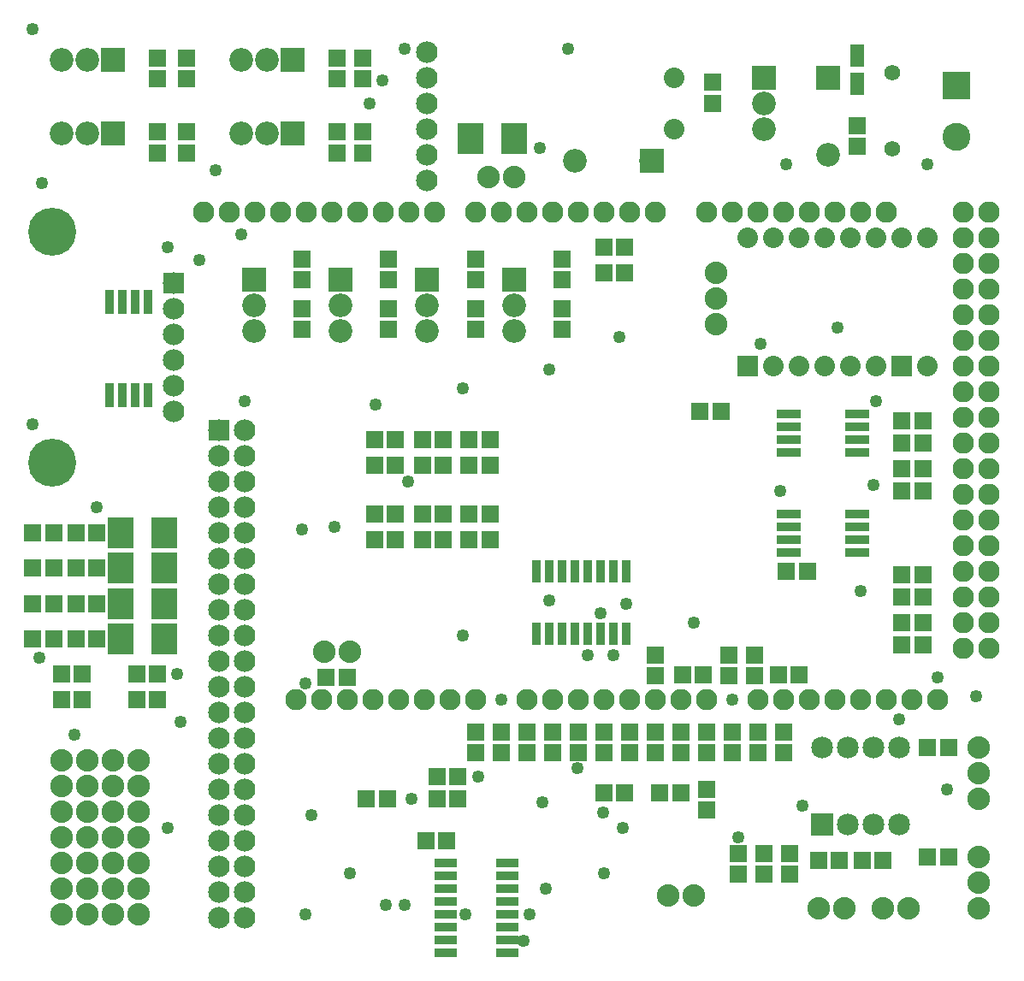
<source format=gts>
G04 MADE WITH FRITZING*
G04 WWW.FRITZING.ORG*
G04 DOUBLE SIDED*
G04 HOLES PLATED*
G04 CONTOUR ON CENTER OF CONTOUR VECTOR*
%ASAXBY*%
%FSLAX23Y23*%
%MOIN*%
%OFA0B0*%
%SFA1.0B1.0*%
%ADD10C,0.049370*%
%ADD11C,0.084000*%
%ADD12C,0.080000*%
%ADD13C,0.187165*%
%ADD14C,0.088000*%
%ADD15C,0.085000*%
%ADD16C,0.082917*%
%ADD17C,0.092000*%
%ADD18C,0.061496*%
%ADD19C,0.109055*%
%ADD20R,0.100086X0.123708*%
%ADD21R,0.084000X0.084000*%
%ADD22R,0.036000X0.090000*%
%ADD23R,0.096900X0.034000*%
%ADD24R,0.033622X0.096614*%
%ADD25R,0.065118X0.069055*%
%ADD26R,0.057244X0.088740*%
%ADD27R,0.090000X0.036000*%
%ADD28R,0.069055X0.065118*%
%ADD29R,0.080000X0.080000*%
%ADD30R,0.085000X0.085000*%
%ADD31R,0.092000X0.092000*%
%ADD32R,0.109055X0.109055*%
%LNMASK1*%
G90*
G70*
G54D10*
X1107Y1822D03*
X2144Y3697D03*
X57Y2234D03*
X882Y2322D03*
X219Y1022D03*
G54D11*
X607Y2784D03*
X607Y2684D03*
X607Y2584D03*
X607Y2484D03*
X607Y2384D03*
X607Y2283D03*
G54D10*
X582Y659D03*
X82Y1322D03*
X94Y3172D03*
X1507Y3697D03*
X1144Y709D03*
X1744Y322D03*
X1507Y359D03*
X1432Y359D03*
X1119Y322D03*
X2281Y719D03*
X1970Y221D03*
X1994Y322D03*
X2057Y422D03*
X2181Y894D03*
X3582Y1247D03*
X2807Y622D03*
X307Y1909D03*
X582Y2922D03*
X707Y2872D03*
X1232Y1834D03*
X3619Y809D03*
X3344Y2322D03*
X3282Y1584D03*
X1294Y484D03*
X57Y3772D03*
X2357Y659D03*
X2269Y1497D03*
X2632Y1459D03*
X1794Y859D03*
X2282Y484D03*
X1519Y2009D03*
X1119Y1222D03*
X2219Y1334D03*
X2069Y1547D03*
X2319Y1334D03*
X2369Y1534D03*
X1732Y1409D03*
X2994Y3247D03*
X2032Y3309D03*
X3732Y1172D03*
X869Y2972D03*
X2344Y2572D03*
G54D12*
X2557Y3584D03*
X2557Y3384D03*
G54D10*
X1532Y772D03*
G54D11*
X1594Y3684D03*
X1594Y3584D03*
X1594Y3484D03*
X1594Y3384D03*
X1594Y3284D03*
X1594Y3184D03*
X1594Y3684D03*
X1594Y3584D03*
X1594Y3484D03*
X1594Y3384D03*
X1594Y3284D03*
X1594Y3184D03*
G54D10*
X619Y1259D03*
X3057Y747D03*
G54D13*
X132Y2084D03*
X132Y2984D03*
G54D10*
X1732Y2372D03*
X2069Y2447D03*
X1394Y2309D03*
X769Y3222D03*
X1369Y3484D03*
X1419Y3572D03*
X3432Y1084D03*
X1882Y1159D03*
X632Y1072D03*
X2782Y1159D03*
X3194Y2609D03*
X2969Y1972D03*
X3332Y1997D03*
G54D12*
X3544Y2959D03*
X3544Y2459D03*
X3444Y2959D03*
X3444Y2459D03*
X3344Y2959D03*
X3344Y2459D03*
X3244Y2959D03*
X3244Y2459D03*
X3144Y2959D03*
X3144Y2459D03*
X3044Y2959D03*
X3044Y2459D03*
X2944Y2959D03*
X2944Y2459D03*
X2844Y2959D03*
X2844Y2459D03*
G54D10*
X3544Y3247D03*
X2044Y759D03*
G54D14*
X469Y422D03*
X369Y422D03*
X269Y422D03*
X169Y422D03*
X469Y922D03*
X369Y922D03*
X269Y922D03*
X169Y922D03*
X169Y722D03*
X269Y722D03*
X369Y722D03*
X369Y522D03*
X169Y522D03*
X269Y522D03*
X469Y522D03*
X169Y322D03*
X269Y322D03*
X169Y822D03*
X269Y822D03*
X369Y822D03*
X469Y322D03*
X369Y622D03*
X469Y622D03*
X1294Y1347D03*
X1194Y1347D03*
X169Y622D03*
X269Y622D03*
X469Y822D03*
X369Y322D03*
X469Y722D03*
G54D10*
X2894Y2547D03*
G54D15*
X3132Y672D03*
X3132Y972D03*
X3232Y672D03*
X3232Y972D03*
X3332Y672D03*
X3332Y972D03*
X3432Y672D03*
X3432Y972D03*
G54D11*
X882Y2209D03*
X882Y2109D03*
X882Y2009D03*
X882Y1909D03*
X882Y1809D03*
X882Y1709D03*
X882Y1609D03*
X882Y1509D03*
X882Y1409D03*
X882Y1309D03*
X882Y1209D03*
X882Y1109D03*
X882Y1009D03*
X882Y909D03*
X882Y809D03*
X882Y709D03*
X882Y609D03*
X882Y509D03*
X882Y409D03*
X882Y309D03*
X782Y2209D03*
X782Y2109D03*
X782Y2009D03*
X782Y1909D03*
X782Y1809D03*
X782Y1709D03*
X782Y1609D03*
X782Y1509D03*
X782Y1409D03*
X782Y1309D03*
X782Y1209D03*
X782Y1109D03*
X782Y1009D03*
X782Y909D03*
X782Y809D03*
X782Y709D03*
X782Y609D03*
X782Y509D03*
X782Y409D03*
X782Y309D03*
G54D16*
X2982Y1159D03*
X1382Y1159D03*
X3082Y1159D03*
X3182Y1159D03*
X3282Y1159D03*
X3382Y1159D03*
X3682Y2559D03*
X3482Y1159D03*
X3582Y1159D03*
X1422Y3059D03*
X1982Y1159D03*
X2082Y1159D03*
X2182Y1159D03*
X2282Y1159D03*
X3682Y1759D03*
X2382Y1159D03*
X2482Y1159D03*
X2582Y1159D03*
X2682Y1159D03*
X2182Y3059D03*
X3682Y2959D03*
X3682Y2159D03*
X3682Y1359D03*
X1022Y3059D03*
X1782Y1159D03*
X1782Y3059D03*
X3682Y2759D03*
X3682Y2359D03*
X3682Y1959D03*
X3382Y3059D03*
X3682Y1559D03*
X3282Y3059D03*
X3182Y3059D03*
X3082Y3059D03*
X2982Y3059D03*
X2882Y3059D03*
X2782Y3059D03*
X2682Y3059D03*
X822Y3059D03*
X1222Y3059D03*
X1622Y3059D03*
X1182Y1159D03*
X1582Y1159D03*
X2382Y3059D03*
X1982Y3059D03*
X3682Y3059D03*
X3682Y2859D03*
X3682Y2659D03*
X3682Y2459D03*
X3682Y2259D03*
X3682Y2059D03*
X3682Y1859D03*
X3682Y1659D03*
X3682Y1459D03*
X722Y3059D03*
X922Y3059D03*
X1122Y3059D03*
X1322Y3059D03*
X1522Y3059D03*
X1082Y1159D03*
X1282Y1159D03*
X1482Y1159D03*
X1682Y1159D03*
X2482Y3059D03*
X2282Y3059D03*
X2082Y3059D03*
X1882Y3059D03*
X3782Y3059D03*
X3782Y2959D03*
X3782Y2859D03*
X3782Y2759D03*
X3782Y2659D03*
X3782Y2559D03*
X3782Y2459D03*
X3782Y2359D03*
X3782Y2259D03*
X3782Y2159D03*
X3782Y2059D03*
X3782Y1959D03*
X3782Y1859D03*
X3782Y1759D03*
X3782Y1659D03*
X3782Y1559D03*
X3782Y1459D03*
X3782Y1359D03*
X2882Y1159D03*
G54D17*
X1257Y2797D03*
X1257Y2697D03*
X1257Y2597D03*
X1932Y2797D03*
X1932Y2697D03*
X1932Y2597D03*
X1594Y2797D03*
X1594Y2697D03*
X1594Y2597D03*
X919Y2797D03*
X919Y2697D03*
X919Y2597D03*
G54D14*
X3744Y347D03*
X3744Y447D03*
X3744Y547D03*
X3744Y972D03*
X3744Y872D03*
X3744Y772D03*
X1932Y3197D03*
X1832Y3197D03*
X2719Y2822D03*
X2719Y2722D03*
X2719Y2622D03*
X3119Y347D03*
X3219Y347D03*
X2632Y397D03*
X2532Y397D03*
X3469Y347D03*
X3369Y347D03*
G54D17*
X2907Y3584D03*
X2907Y3484D03*
X2907Y3384D03*
X2467Y3259D03*
X2169Y3259D03*
X3157Y3582D03*
X3157Y3284D03*
G54D18*
X3406Y3307D03*
X3406Y3602D03*
X3406Y3307D03*
X3406Y3602D03*
G54D17*
X369Y3366D03*
X269Y3366D03*
X169Y3366D03*
X1069Y3653D03*
X969Y3653D03*
X869Y3653D03*
X369Y3653D03*
X269Y3653D03*
X169Y3653D03*
X1069Y3366D03*
X969Y3366D03*
X869Y3366D03*
G54D19*
X3656Y3552D03*
X3656Y3352D03*
G54D20*
X1763Y3347D03*
X1932Y3347D03*
G54D21*
X607Y2784D03*
G54D22*
X2019Y1417D03*
X2069Y1417D03*
X2119Y1417D03*
X2169Y1417D03*
X2219Y1417D03*
X2269Y1417D03*
X2319Y1417D03*
X2369Y1417D03*
X2369Y1659D03*
X2319Y1659D03*
X2269Y1659D03*
X2219Y1659D03*
X2169Y1659D03*
X2119Y1659D03*
X2069Y1659D03*
X2019Y1659D03*
G54D23*
X3269Y2122D03*
X3269Y2172D03*
X3269Y2222D03*
X3269Y2272D03*
X3004Y2272D03*
X3004Y2222D03*
X3004Y2172D03*
X3004Y2122D03*
X3269Y1734D03*
X3269Y1784D03*
X3269Y1834D03*
X3269Y1884D03*
X3004Y1884D03*
X3004Y1834D03*
X3004Y1784D03*
X3004Y1734D03*
G54D20*
X569Y1397D03*
X400Y1397D03*
X569Y1534D03*
X400Y1534D03*
X569Y1672D03*
X400Y1672D03*
X569Y1809D03*
X400Y1809D03*
G54D24*
X457Y2709D03*
X457Y2347D03*
X507Y2709D03*
X407Y2709D03*
X357Y2709D03*
X507Y2347D03*
X407Y2347D03*
X357Y2347D03*
G54D25*
X57Y1397D03*
X138Y1397D03*
X57Y1534D03*
X138Y1534D03*
X57Y1672D03*
X138Y1672D03*
X57Y1809D03*
X138Y1809D03*
X1575Y1784D03*
X1656Y1784D03*
X1575Y1884D03*
X1656Y1884D03*
X1575Y2072D03*
X1656Y2072D03*
X1575Y2172D03*
X1656Y2172D03*
X307Y1397D03*
X226Y1397D03*
X307Y1534D03*
X226Y1534D03*
X307Y1672D03*
X226Y1672D03*
X307Y1809D03*
X226Y1809D03*
X1388Y1784D03*
X1468Y1784D03*
X1388Y1884D03*
X1468Y1884D03*
X1388Y2072D03*
X1468Y2072D03*
X1388Y2172D03*
X1468Y2172D03*
G54D26*
X3269Y3559D03*
X3269Y3669D03*
G54D27*
X1907Y172D03*
X1907Y222D03*
X1907Y272D03*
X1907Y322D03*
X1907Y372D03*
X1907Y422D03*
X1907Y472D03*
X1907Y522D03*
X1665Y522D03*
X1665Y472D03*
X1665Y422D03*
X1665Y372D03*
X1665Y322D03*
X1665Y272D03*
X1665Y222D03*
X1665Y172D03*
G54D25*
X1589Y609D03*
X1669Y609D03*
X543Y1159D03*
X463Y1159D03*
X2282Y2922D03*
X2363Y2922D03*
G54D28*
X3269Y3316D03*
X3269Y3397D03*
X2707Y3565D03*
X2707Y3484D03*
G54D25*
X463Y1259D03*
X543Y1259D03*
X250Y1259D03*
X169Y1259D03*
G54D28*
X1344Y3291D03*
X1344Y3372D03*
X1244Y3578D03*
X1244Y3659D03*
X1344Y3578D03*
X1344Y3659D03*
X1244Y3291D03*
X1244Y3372D03*
X657Y3578D03*
X657Y3659D03*
X544Y3578D03*
X544Y3659D03*
X657Y3291D03*
X657Y3372D03*
X544Y3291D03*
X544Y3372D03*
G54D25*
X3525Y2247D03*
X3444Y2247D03*
X3525Y1972D03*
X3444Y1972D03*
X3525Y2059D03*
X3444Y2059D03*
X3525Y2159D03*
X3444Y2159D03*
X2657Y2284D03*
X2738Y2284D03*
X3525Y1372D03*
X3444Y1372D03*
X3525Y1459D03*
X3444Y1459D03*
X3525Y1559D03*
X3444Y1559D03*
X3525Y1647D03*
X3444Y1647D03*
G54D28*
X1107Y2603D03*
X1107Y2684D03*
X1444Y2603D03*
X1444Y2684D03*
X1782Y2603D03*
X1782Y2684D03*
X2119Y2603D03*
X2119Y2684D03*
X1107Y2877D03*
X1107Y2797D03*
X1444Y2877D03*
X1444Y2797D03*
X1782Y2877D03*
X1782Y2797D03*
X2119Y2877D03*
X2119Y2797D03*
G54D25*
X1757Y2072D03*
X1838Y2072D03*
X1838Y2172D03*
X1757Y2172D03*
X1713Y772D03*
X1632Y772D03*
X2363Y797D03*
X2282Y797D03*
X250Y1159D03*
X169Y1159D03*
X2994Y1659D03*
X3075Y1659D03*
G54D28*
X2769Y1334D03*
X2769Y1253D03*
X2082Y953D03*
X2082Y1034D03*
G54D25*
X1282Y1247D03*
X1201Y1247D03*
X2363Y2822D03*
X2282Y2822D03*
G54D28*
X1982Y953D03*
X1982Y1034D03*
G54D25*
X1713Y859D03*
X1632Y859D03*
G54D28*
X1782Y1034D03*
X1782Y953D03*
G54D25*
X3044Y1255D03*
X2964Y1255D03*
G54D28*
X2482Y1253D03*
X2482Y1334D03*
G54D25*
X3625Y972D03*
X3544Y972D03*
X3289Y534D03*
X3369Y534D03*
X3200Y534D03*
X3119Y534D03*
X3625Y547D03*
X3544Y547D03*
G54D28*
X3007Y559D03*
X3007Y478D03*
G54D29*
X2844Y2459D03*
X3444Y2459D03*
G54D28*
X2682Y728D03*
X2682Y809D03*
G54D25*
X2501Y797D03*
X2582Y797D03*
G54D30*
X3132Y672D03*
G54D21*
X782Y2209D03*
G54D31*
X1257Y2797D03*
X1932Y2797D03*
X1594Y2797D03*
X919Y2797D03*
X2907Y3584D03*
X2468Y3259D03*
X3157Y3583D03*
X369Y3366D03*
X1069Y3653D03*
X369Y3653D03*
X1069Y3366D03*
G54D32*
X3656Y3552D03*
G54D28*
X2882Y953D03*
X2882Y1034D03*
X2807Y478D03*
X2807Y559D03*
X2907Y478D03*
X2907Y559D03*
G54D25*
X1357Y772D03*
X1438Y772D03*
G54D28*
X1882Y953D03*
X1882Y1034D03*
X2182Y953D03*
X2182Y1034D03*
X2982Y953D03*
X2982Y1034D03*
X2682Y953D03*
X2682Y1034D03*
X2582Y953D03*
X2582Y1034D03*
X2782Y953D03*
X2782Y1034D03*
X2482Y953D03*
X2482Y1034D03*
X2282Y953D03*
X2282Y1034D03*
X2382Y953D03*
X2382Y1034D03*
G54D25*
X1757Y1784D03*
X1838Y1784D03*
X1838Y1884D03*
X1757Y1884D03*
X2669Y1255D03*
X2589Y1255D03*
G54D28*
X2869Y1253D03*
X2869Y1334D03*
G04 End of Mask1*
M02*
</source>
